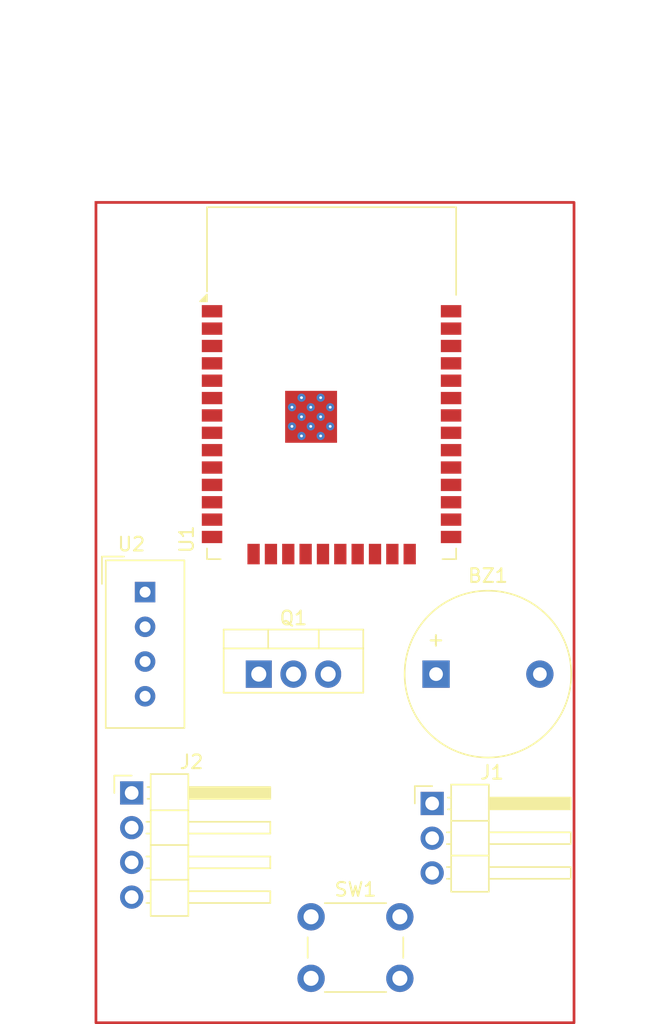
<source format=kicad_pcb>
(kicad_pcb (version 20241229) (generator "pcbnew") (generator_version "9.0")
  (layers (0 "F.Cu" signal) (2 "B.Cu" signal) (13 "F.Paste" user) (15 "B.Paste" user) (5 "F.SilkS" user "F.Silkscreen") (7 "B.SilkS" user "B.Silkscreen") (1 "F.Mask" user) (3 "B.Mask" user) (25 "Edge.Cuts" user))
  (net 0 "")
  (net 2 "Net-(BZ1--)")
  (net 5 "Net-(U1-IO5)")
  (net 6 "Net-(U1-VDD)")
  (net 10 "Net-(U1-IO15)")
  (net 14 "Net-(Q1-G)")
  (net 24 "Net-(J2-Pin_3)")
  (net 28 "Net-(J2-Pin_4)")
  (net 31 "Net-(BZ1-+)")
  (net 37 "Net-(J1-Pin_3)")
  (footprint "RF_Module:ESP32-WROOM-32D" (layer "F.Cu") (at 177.25 53.71)
    (property "Reference" "U1" (at -10.61 8.43 90) (layer "F.SilkS"))
    (property "Value" "ESP32-WROOM-32D")
    (fp_line (start -9.12 -15.86) (end -9.12 -9.7) (stroke (width 0.12)) (layer "F.SilkS"))
    (fp_line (start -9.12 -15.86) (end 9.12 -15.86) (stroke (width 0.12)) (layer "F.SilkS"))
    (fp_line (start -9.12 9.1) (end -9.12 9.88) (stroke (width 0.12)) (layer "F.SilkS"))
    (fp_line (start -9.12 9.88) (end -8.12 9.88) (stroke (width 0.12)) (layer "F.SilkS"))
    (fp_line (start 9.12 -15.86) (end 9.12 -9.445) (stroke (width 0.12)) (layer "F.SilkS"))
    (fp_line (start 9.12 9.1) (end 9.12 9.88) (stroke (width 0.12)) (layer "F.SilkS"))
    (fp_line (start 9.12 9.88) (end 8.12 9.88) (stroke (width 0.12)) (layer "F.SilkS"))
    (fp_poly (pts (xy -9.125 -8.975) (xy -9.625 -8.975) (xy -9.125 -9.475) (xy -9.125 -8.975)) (stroke (width 0.12)) (fill yes) (layer "F.SilkS"))
    (pad "1" smd rect (at -8.75 -8.25) (size 1.5 0.9) (layers "F.Cu" "F.Mask" "F.Paste") (net 2 "Net-(BZ1--)"))
    (pad "2" smd rect (at -8.75 -6.98) (size 1.5 0.9) (layers "F.Cu" "F.Mask" "F.Paste") (net 6 "Net-(U1-VDD)"))
    (pad "3" smd rect (at -8.75 -5.71) (size 1.5 0.9) (layers "F.Cu" "F.Mask" "F.Paste"))
    (pad "4" smd rect (at -8.75 -4.44) (size 1.5 0.9) (layers "F.Cu" "F.Mask" "F.Paste"))
    (pad "5" smd rect (at -8.75 -3.17) (size 1.5 0.9) (layers "F.Cu" "F.Mask" "F.Paste"))
    (pad "6" smd rect (at -8.75 -1.9) (size 1.5 0.9) (layers "F.Cu" "F.Mask" "F.Paste"))
    (pad "7" smd rect (at -8.75 -0.63) (size 1.5 0.9) (layers "F.Cu" "F.Mask" "F.Paste"))
    (pad "8" smd rect (at -8.75 0.64) (size 1.5 0.9) (layers "F.Cu" "F.Mask" "F.Paste"))
    (pad "9" smd rect (at -8.75 1.91) (size 1.5 0.9) (layers "F.Cu" "F.Mask" "F.Paste"))
    (pad "10" smd rect (at -8.75 3.18) (size 1.5 0.9) (layers "F.Cu" "F.Mask" "F.Paste"))
    (pad "11" smd rect (at -8.75 4.45) (size 1.5 0.9) (layers "F.Cu" "F.Mask" "F.Paste"))
    (pad "12" smd rect (at -8.75 5.72) (size 1.5 0.9) (layers "F.Cu" "F.Mask" "F.Paste"))
    (pad "13" smd rect (at -8.75 6.99) (size 1.5 0.9) (layers "F.Cu" "F.Mask" "F.Paste"))
    (pad "14" smd rect (at -8.75 8.26) (size 1.5 0.9) (layers "F.Cu" "F.Mask" "F.Paste"))
    (pad "15" smd rect (at -5.71 9.51 90) (size 1.5 0.9) (layers "F.Cu" "F.Mask" "F.Paste") (net 2 "Net-(BZ1--)"))
    (pad "16" smd rect (at -4.44 9.51 90) (size 1.5 0.9) (layers "F.Cu" "F.Mask" "F.Paste"))
    (pad "17" smd rect (at -3.17 9.51 90) (size 1.5 0.9) (layers "F.Cu" "F.Mask" "F.Paste"))
    (pad "18" smd rect (at -1.9 9.51 90) (size 1.5 0.9) (layers "F.Cu" "F.Mask" "F.Paste"))
    (pad "19" smd rect (at -0.63 9.51 90) (size 1.5 0.9) (layers "F.Cu" "F.Mask" "F.Paste"))
    (pad "20" smd rect (at 0.64 9.51 90) (size 1.5 0.9) (layers "F.Cu" "F.Mask" "F.Paste"))
    (pad "21" smd rect (at 1.91 9.51 90) (size 1.5 0.9) (layers "F.Cu" "F.Mask" "F.Paste"))
    (pad "22" smd rect (at 3.18 9.51 90) (size 1.5 0.9) (layers "F.Cu" "F.Mask" "F.Paste"))
    (pad "23" smd rect (at 4.45 9.51 90) (size 1.5 0.9) (layers "F.Cu" "F.Mask" "F.Paste") (net 10 "Net-(U1-IO15)"))
    (pad "24" smd rect (at 5.72 9.51 90) (size 1.5 0.9) (layers "F.Cu" "F.Mask" "F.Paste") (net 31 "Net-(BZ1-+)"))
    (pad "25" smd rect (at 8.75 8.26) (size 1.5 0.9) (layers "F.Cu" "F.Mask" "F.Paste"))
    (pad "26" smd rect (at 8.75 6.99) (size 1.5 0.9) (layers "F.Cu" "F.Mask" "F.Paste"))
    (pad "27" smd rect (at 8.75 5.72) (size 1.5 0.9) (layers "F.Cu" "F.Mask" "F.Paste"))
    (pad "28" smd rect (at 8.75 4.45) (size 1.5 0.9) (layers "F.Cu" "F.Mask" "F.Paste"))
    (pad "29" smd rect (at 8.75 3.18) (size 1.5 0.9) (layers "F.Cu" "F.Mask" "F.Paste") (net 5 "Net-(U1-IO5)"))
    (pad "30" smd rect (at 8.75 1.91) (size 1.5 0.9) (layers "F.Cu" "F.Mask" "F.Paste") (net 2 "Net-(BZ1--)"))
    (pad "31" smd rect (at 8.75 0.64) (size 1.5 0.9) (layers "F.Cu" "F.Mask" "F.Paste"))
    (pad "32" smd rect (at 8.75 -0.63) (size 1.5 0.9) (layers "F.Cu" "F.Mask" "F.Paste"))
    (pad "33" smd rect (at 8.75 -1.9) (size 1.5 0.9) (layers "F.Cu" "F.Mask" "F.Paste") (net 28 "Net-(J2-Pin_4)"))
    (pad "34" smd rect (at 8.75 -3.17) (size 1.5 0.9) (layers "F.Cu" "F.Mask" "F.Paste"))
    (pad "35" smd rect (at 8.75 -4.44) (size 1.5 0.9) (layers "F.Cu" "F.Mask" "F.Paste"))
    (pad "36" smd rect (at 8.75 -5.71) (size 1.5 0.9) (layers "F.Cu" "F.Mask" "F.Paste") (net 24 "Net-(J2-Pin_3)"))
    (pad "37" smd rect (at 8.75 -6.98) (size 1.5 0.9) (layers "F.Cu" "F.Mask" "F.Paste") (net 14 "Net-(Q1-G)"))
    (pad "38" smd rect (at 8.75 -8.25) (size 1.5 0.9) (layers "F.Cu" "F.Mask" "F.Paste") (net 2 "Net-(BZ1--)"))
    (pad "39" smd rect (at -2.9 -1.93) (size 0.9 0.9) (layers "F.Cu" "F.Paste") (net 2 "Net-(BZ1--)"))
    (pad "39" thru_hole circle (at -2.9 -1.23) (size 0.6 0.6) (drill 0.2) (property pad_prop_heatsink) (layers "*.Cu" "F.Mask") (net 2 "Net-(BZ1--)"))
    (pad "39" smd rect (at -2.9 -0.53) (size 0.9 0.9) (layers "F.Cu" "F.Paste") (net 2 "Net-(BZ1--)"))
    (pad "39" thru_hole circle (at -2.9 0.17) (size 0.6 0.6) (drill 0.2) (property pad_prop_heatsink) (layers "*.Cu" "F.Mask") (net 2 "Net-(BZ1--)"))
    (pad "39" smd rect (at -2.9 0.87) (size 0.9 0.9) (layers "F.Cu" "F.Paste") (net 2 "Net-(BZ1--)"))
    (pad "39" thru_hole circle (at -2.2 -1.93) (size 0.6 0.6) (drill 0.2) (property pad_prop_heatsink) (layers "*.Cu" "F.Mask") (net 2 "Net-(BZ1--)"))
    (pad "39" thru_hole circle (at -2.2 -0.53) (size 0.6 0.6) (drill 0.2) (property pad_prop_heatsink) (layers "*.Cu" "F.Mask") (net 2 "Net-(BZ1--)"))
    (pad "39" thru_hole circle (at -2.2 0.87) (size 0.6 0.6) (drill 0.2) (property pad_prop_heatsink) (layers "*.Cu" "F.Mask") (net 2 "Net-(BZ1--)"))
    (pad "39" thru_hole circle (at -1.525 -1.23) (size 0.6 0.6) (drill 0.2) (property pad_prop_heatsink) (layers "*.Cu" "F.Mask") (net 2 "Net-(BZ1--)"))
    (pad "39" thru_hole circle (at -1.525 0.17) (size 0.6 0.6) (drill 0.2) (property pad_prop_heatsink) (layers "*.Cu" "F.Mask") (net 2 "Net-(BZ1--)"))
    (pad "39" smd rect (at -1.5 -1.93) (size 0.9 0.9) (layers "F.Cu" "F.Paste") (net 2 "Net-(BZ1--)"))
    (pad "39" smd rect (at -1.5 -0.53) (size 0.9 0.9) (layers "F.Cu" "F.Paste") (net 2 "Net-(BZ1--)"))
    (pad "39" smd rect (at -1.5 -0.53) (size 3.8 3.8) (property pad_prop_heatsink) (layers "F.Cu" "F.Mask") (net 2 "Net-(BZ1--)"))
    (pad "39" smd rect (at -1.5 0.87) (size 0.9 0.9) (layers "F.Cu" "F.Paste") (net 2 "Net-(BZ1--)"))
    (pad "39" thru_hole circle (at -0.8 -1.93) (size 0.6 0.6) (drill 0.2) (property pad_prop_heatsink) (layers "*.Cu" "F.Mask") (net 2 "Net-(BZ1--)"))
    (pad "39" thru_hole circle (at -0.8 -0.53) (size 0.6 0.6) (drill 0.2) (property pad_prop_heatsink) (layers "*.Cu" "F.Mask") (net 2 "Net-(BZ1--)"))
    (pad "39" thru_hole circle (at -0.8 0.87) (size 0.6 0.6) (drill 0.2) (property pad_prop_heatsink) (layers "*.Cu" "F.Mask") (net 2 "Net-(BZ1--)"))
    (pad "39" smd rect (at -0.1 -1.93) (size 0.9 0.9) (layers "F.Cu" "F.Paste") (net 2 "Net-(BZ1--)"))
    (pad "39" thru_hole circle (at -0.1 -1.23) (size 0.6 0.6) (drill 0.2) (property pad_prop_heatsink) (layers "*.Cu" "F.Mask") (net 2 "Net-(BZ1--)"))
    (pad "39" smd rect (at -0.1 -0.53) (size 0.9 0.9) (layers "F.Cu" "F.Paste") (net 2 "Net-(BZ1--)"))
    (pad "39" thru_hole circle (at -0.1 0.17) (size 0.6 0.6) (drill 0.2) (property pad_prop_heatsink) (layers "*.Cu" "F.Mask") (net 2 "Net-(BZ1--)"))
    (pad "39" smd rect (at -0.1 0.87) (size 0.9 0.9) (layers "F.Cu" "F.Paste") (net 2 "Net-(BZ1--)"))
  )
  (footprint "Connector_PinHeader_2.54mm:PinHeader_1x04_P2.54mm_Horizontal" (layer "F.Cu") (at 162.615 80.69)
    (property "Reference" "J2" (at 4.385 -2.27 0) (layer "F.SilkS"))
    (property "Value" "Conn_01x04")
    (fp_line (start -1.27 -1.27) (end 0 -1.27) (stroke (width 0.12)) (layer "F.SilkS"))
    (fp_line (start -1.27 0) (end -1.27 -1.27) (stroke (width 0.12)) (layer "F.SilkS"))
    (fp_line (start 1.077358 2.11) (end 1.39 2.11) (stroke (width 0.12)) (layer "F.SilkS"))
    (fp_line (start 1.077358 2.97) (end 1.39 2.97) (stroke (width 0.12)) (layer "F.SilkS"))
    (fp_line (start 1.077358 4.65) (end 1.39 4.65) (stroke (width 0.12)) (layer "F.SilkS"))
    (fp_line (start 1.077358 5.51) (end 1.39 5.51) (stroke (width 0.12)) (layer "F.SilkS"))
    (fp_line (start 1.077358 7.19) (end 1.39 7.19) (stroke (width 0.12)) (layer "F.SilkS"))
    (fp_line (start 1.077358 8.05) (end 1.39 8.05) (stroke (width 0.12)) (layer "F.SilkS"))
    (fp_line (start 1.16 -0.43) (end 1.39 -0.43) (stroke (width 0.12)) (layer "F.SilkS"))
    (fp_line (start 1.16 0.43) (end 1.39 0.43) (stroke (width 0.12)) (layer "F.SilkS"))
    (fp_line (start 1.39 1.27) (end 4.15 1.27) (stroke (width 0.12)) (layer "F.SilkS"))
    (fp_line (start 1.39 3.81) (end 4.15 3.81) (stroke (width 0.12)) (layer "F.SilkS"))
    (fp_line (start 1.39 6.35) (end 4.15 6.35) (stroke (width 0.12)) (layer "F.SilkS"))
    (fp_line (start 4.15 2.11) (end 10.15 2.11) (stroke (width 0.12)) (layer "F.SilkS"))
    (fp_line (start 4.15 4.65) (end 10.15 4.65) (stroke (width 0.12)) (layer "F.SilkS"))
    (fp_line (start 4.15 7.19) (end 10.15 7.19) (stroke (width 0.12)) (layer "F.SilkS"))
    (fp_line (start 10.15 2.11) (end 10.15 2.97) (stroke (width 0.12)) (layer "F.SilkS"))
    (fp_line (start 10.15 2.97) (end 4.15 2.97) (stroke (width 0.12)) (layer "F.SilkS"))
    (fp_line (start 10.15 4.65) (end 10.15 5.51) (stroke (width 0.12)) (layer "F.SilkS"))
    (fp_line (start 10.15 5.51) (end 4.15 5.51) (stroke (width 0.12)) (layer "F.SilkS"))
    (fp_line (start 10.15 7.19) (end 10.15 8.05) (stroke (width 0.12)) (layer "F.SilkS"))
    (fp_line (start 10.15 8.05) (end 4.15 8.05) (stroke (width 0.12)) (layer "F.SilkS"))
    (fp_rect (start 1.39 -1.38) (end 4.15 9) (stroke (width 0.12)) (fill no) (layer "F.SilkS"))
    (fp_rect (start 4.15 -0.43) (end 10.15 0.43) (stroke (width 0.12)) (fill yes) (layer "F.SilkS"))
    (pad "1" thru_hole rect (at 0 0) (size 1.7 1.7) (drill 1) (layers "*.Cu" "*.Mask") (net 37 "Net-(J1-Pin_3)"))
    (pad "2" thru_hole circle (at 0 2.54) (size 1.7 1.7) (drill 1) (layers "*.Cu" "*.Mask") (net 2 "Net-(BZ1--)"))
    (pad "3" thru_hole circle (at 0 5.08) (size 1.7 1.7) (drill 1) (layers "*.Cu" "*.Mask") (net 24 "Net-(J2-Pin_3)"))
    (pad "4" thru_hole circle (at 0 7.62) (size 1.7 1.7) (drill 1) (layers "*.Cu" "*.Mask") (net 28 "Net-(J2-Pin_4)"))
  )
  (footprint "Buzzer_Beeper:Buzzer_12x9.5RM7.6" (layer "F.Cu") (at 184.9 72)
    (property "Reference" "BZ1" (at 3.8 -7.2 0) (layer "F.SilkS"))
    (property "Value" "Buzzer")
    (fp_circle (center 3.8 0) (end 9.9 0) (stroke (width 0.12)) (fill no) (layer "F.SilkS"))
    (fp_text user "+" (at -0.01 -2.54 0) (layer "F.SilkS"))
    (pad "1" thru_hole rect (at 0 0) (size 2 2) (drill 1) (layers "*.Cu" "*.Mask") (net 31 "Net-(BZ1-+)"))
    (pad "2" thru_hole circle (at 7.6 0) (size 2 2) (drill 1) (layers "*.Cu" "*.Mask") (net 2 "Net-(BZ1--)"))
  )
  (footprint "Sensor:Aosong_DHT11_5.5x12.0_P2.54mm" (layer "F.Cu") (at 163.5975 66)
    (property "Reference" "U2" (at -1 -3.5 0) (layer "F.SilkS"))
    (property "Value" "DHT11")
    (fp_line (start -3.16 -2.6) (end -3.16 -0.6) (stroke (width 0.12)) (layer "F.SilkS"))
    (fp_line (start -3.16 -2.6) (end -1.55 -2.6) (stroke (width 0.12)) (layer "F.SilkS"))
    (fp_line (start -2.88 9.94) (end -2.88 -2.31) (stroke (width 0.12)) (layer "F.SilkS"))
    (fp_line (start -2.87 -2.32) (end 2.87 -2.32) (stroke (width 0.12)) (layer "F.SilkS"))
    (fp_line (start 2.88 -2.32) (end 2.88 9.94) (stroke (width 0.12)) (layer "F.SilkS"))
    (fp_line (start 2.88 9.94) (end -2.88 9.94) (stroke (width 0.12)) (layer "F.SilkS"))
    (pad "1" thru_hole rect (at 0 0) (size 1.5 1.5) (drill 0.8) (layers "*.Cu" "*.Mask") (net 6 "Net-(U1-VDD)"))
    (pad "2" thru_hole circle (at 0 2.54) (size 1.5 1.5) (drill 0.8) (layers "*.Cu" "*.Mask") (net 5 "Net-(U1-IO5)"))
    (pad "3" thru_hole circle (at 0 5.08) (size 1.5 1.5) (drill 0.8) (layers "*.Cu" "*.Mask"))
    (pad "4" thru_hole circle (at 0 7.62) (size 1.5 1.5) (drill 0.8) (layers "*.Cu" "*.Mask") (net 2 "Net-(BZ1--)"))
  )
  (footprint "Button_Switch_THT:SW_PUSH_6mm" (layer "F.Cu") (at 175.75 89.75)
    (property "Reference" "SW1" (at 3.25 -2 0) (layer "F.SilkS"))
    (property "Value" "SW_Push")
    (fp_line (start -0.25 1.5) (end -0.25 3) (stroke (width 0.12)) (layer "F.SilkS"))
    (fp_line (start 1 5.5) (end 5.5 5.5) (stroke (width 0.12)) (layer "F.SilkS"))
    (fp_line (start 5.5 -1) (end 1 -1) (stroke (width 0.12)) (layer "F.SilkS"))
    (fp_line (start 6.75 3) (end 6.75 1.5) (stroke (width 0.12)) (layer "F.SilkS"))
    (pad "1" thru_hole circle (at 0 0 90) (size 2 2) (drill 1.1) (layers "*.Cu" "*.Mask") (net 10 "Net-(U1-IO15)"))
    (pad "1" thru_hole circle (at 6.5 0 90) (size 2 2) (drill 1.1) (layers "*.Cu" "*.Mask") (net 10 "Net-(U1-IO15)"))
    (pad "2" thru_hole circle (at 0 4.5 90) (size 2 2) (drill 1.1) (layers "*.Cu" "*.Mask") (net 2 "Net-(BZ1--)"))
    (pad "2" thru_hole circle (at 6.5 4.5 90) (size 2 2) (drill 1.1) (layers "*.Cu" "*.Mask") (net 2 "Net-(BZ1--)"))
  )
  (footprint "Package_TO_SOT_THT:TO-220-3_Vertical" (layer "F.Cu") (at 171.92 72)
    (property "Reference" "Q1" (at 2.54 -4.1 0) (layer "F.SilkS"))
    (property "Value" "A03400")
    (fp_line (start -2.57 -3.26) (end 7.65 -3.26) (stroke (width 0.12)) (layer "F.SilkS"))
    (fp_line (start -2.57 -1.88) (end 7.65 -1.88) (stroke (width 0.12)) (layer "F.SilkS"))
    (fp_line (start -2.57 1.36) (end -2.57 -3.26) (stroke (width 0.12)) (layer "F.SilkS"))
    (fp_line (start 0.69 -3.26) (end 0.69 -1.88) (stroke (width 0.12)) (layer "F.SilkS"))
    (fp_line (start 4.39 -3.26) (end 4.39 -1.88) (stroke (width 0.12)) (layer "F.SilkS"))
    (fp_line (start 7.65 -3.26) (end 7.65 1.36) (stroke (width 0.12)) (layer "F.SilkS"))
    (fp_line (start 7.65 1.36) (end -2.57 1.36) (stroke (width 0.12)) (layer "F.SilkS"))
    (pad "1" thru_hole rect (at 0 0) (size 1.905 2) (drill 1.1) (layers "*.Cu" "*.Mask") (net 14 "Net-(Q1-G)"))
    (pad "2" thru_hole oval (at 2.54 0) (size 1.905 2) (drill 1.1) (layers "*.Cu" "*.Mask"))
    (pad "3" thru_hole oval (at 5.08 0) (size 1.905 2) (drill 1.1) (layers "*.Cu" "*.Mask") (net 2 "Net-(BZ1--)"))
  )
  (footprint "Connector_PinHeader_2.54mm:PinHeader_1x03_P2.54mm_Horizontal" (layer "F.Cu") (at 184.615 81.46)
    (property "Reference" "J1" (at 4.385 -2.27 0) (layer "F.SilkS"))
    (property "Value" "ir sensor")
    (fp_line (start -1.27 -1.27) (end 0 -1.27) (stroke (width 0.12)) (layer "F.SilkS"))
    (fp_line (start -1.27 0) (end -1.27 -1.27) (stroke (width 0.12)) (layer "F.SilkS"))
    (fp_line (start 1.077358 2.11) (end 1.39 2.11) (stroke (width 0.12)) (layer "F.SilkS"))
    (fp_line (start 1.077358 2.97) (end 1.39 2.97) (stroke (width 0.12)) (layer "F.SilkS"))
    (fp_line (start 1.077358 4.65) (end 1.39 4.65) (stroke (width 0.12)) (layer "F.SilkS"))
    (fp_line (start 1.077358 5.51) (end 1.39 5.51) (stroke (width 0.12)) (layer "F.SilkS"))
    (fp_line (start 1.16 -0.43) (end 1.39 -0.43) (stroke (width 0.12)) (layer "F.SilkS"))
    (fp_line (start 1.16 0.43) (end 1.39 0.43) (stroke (width 0.12)) (layer "F.SilkS"))
    (fp_line (start 1.39 1.27) (end 4.15 1.27) (stroke (width 0.12)) (layer "F.SilkS"))
    (fp_line (start 1.39 3.81) (end 4.15 3.81) (stroke (width 0.12)) (layer "F.SilkS"))
    (fp_line (start 4.15 2.11) (end 10.15 2.11) (stroke (width 0.12)) (layer "F.SilkS"))
    (fp_line (start 4.15 4.65) (end 10.15 4.65) (stroke (width 0.12)) (layer "F.SilkS"))
    (fp_line (start 10.15 2.11) (end 10.15 2.97) (stroke (width 0.12)) (layer "F.SilkS"))
    (fp_line (start 10.15 2.97) (end 4.15 2.97) (stroke (width 0.12)) (layer "F.SilkS"))
    (fp_line (start 10.15 4.65) (end 10.15 5.51) (stroke (width 0.12)) (layer "F.SilkS"))
    (fp_line (start 10.15 5.51) (end 4.15 5.51) (stroke (width 0.12)) (layer "F.SilkS"))
    (fp_rect (start 1.39 -1.38) (end 4.15 6.46) (stroke (width 0.12)) (fill no) (layer "F.SilkS"))
    (fp_rect (start 4.15 -0.43) (end 10.15 0.43) (stroke (width 0.12)) (fill yes) (layer "F.SilkS"))
    (pad "1" thru_hole rect (at 0 0) (size 1.7 1.7) (drill 1) (layers "*.Cu" "*.Mask") (net 2 "Net-(BZ1--)"))
    (pad "2" thru_hole circle (at 0 2.54) (size 1.7 1.7) (drill 1) (layers "*.Cu" "*.Mask") (net 2 "Net-(BZ1--)"))
    (pad "3" thru_hole circle (at 0 5.08) (size 1.7 1.7) (drill 1) (layers "*.Cu" "*.Mask") (net 37 "Net-(J1-Pin_3)"))
  )
  (gr_rect (start 160 37.5) (end 195 97.5) (stroke (width 0.2)) (fill no) (layer "F.Cu"))
)
</source>
